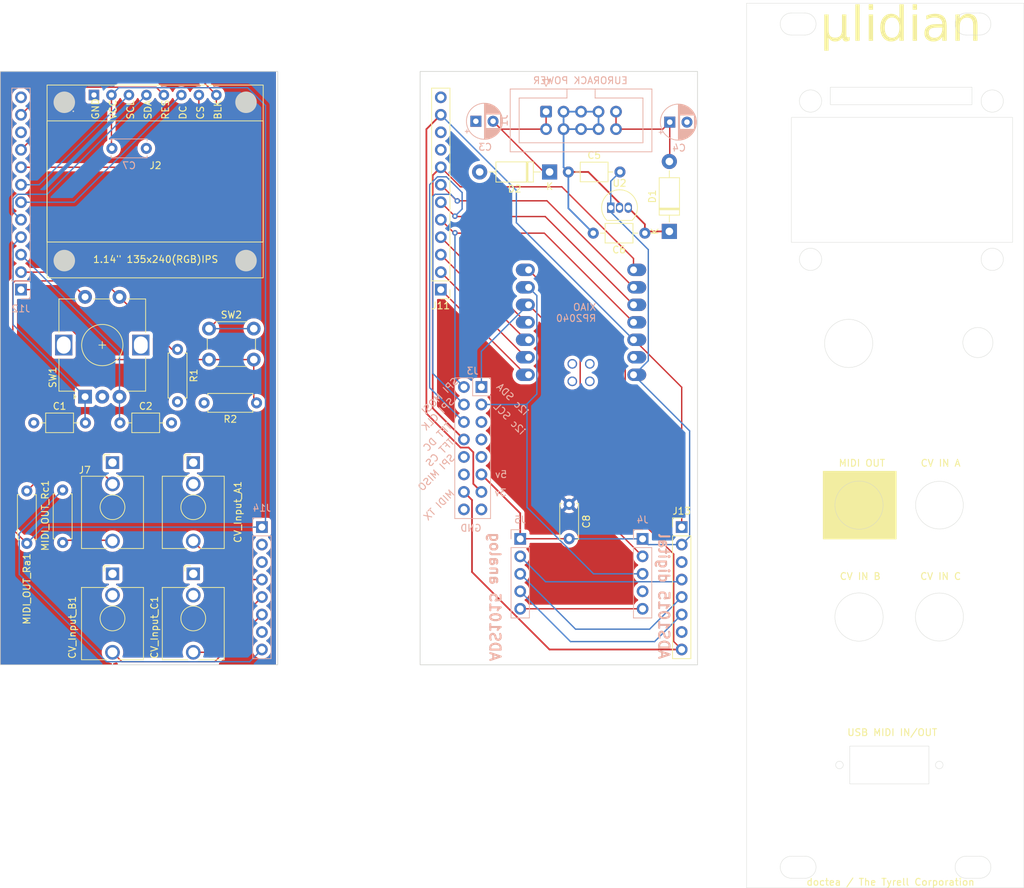
<source format=kicad_pcb>
(kicad_pcb (version 20221018) (generator pcbnew)
  (layers (0 "F.Cu" signal) (31 "B.Cu" signal) (34 "B.Paste" user) (35 "F.Paste" user) (36 "B.SilkS" user "B.Silkscreen") (37 "F.SilkS" user "F.Silkscreen") (38 "B.Mask" user) (39 "F.Mask" user) (44 "Edge.Cuts" user))
  (net 0 "")
  (net 1 "i2c SDA")
  (net 2 "i2c SCL")
  (net 3 "ADS Interrupt")
  (net 4 "Net-(D2-K)")
  (net 5 "Net-(D1-A)")
  (net 6 "+12V")
  (net 7 "CV GND")
  (net 8 "A2 input Frontboard")
  (net 9 "A1 input Frontboard")
  (net 10 "-12V")
  (net 11 "A0 input Frontboard")
  (net 12 "SPI CLK Frontboard")
  (net 13 "MOSI Frontboard")
  (net 14 "TFT CS Frontboard")
  (net 15 "TFT reset Frontboard")
  (net 16 "TFT DC Frontboard")
  (net 17 "SD CS Frontboard")
  (net 18 "TFT lit Frontboard")
  (net 19 "Net-(J7-PadT)")
  (net 20 "Back button Backboard")
  (net 21 "Encoder button Backboard")
  (net 22 "Encoder left Backboard")
  (net 23 "Encoder right Backboard")
  (net 24 "TFT CS Backboard")
  (net 25 "SPI CLK Backboard")
  (net 26 "TFT DC Backboard")
  (net 27 "MOSI Backboard")
  (net 28 "TFT reset Backboard")
  (net 29 "SD CS Backboard")
  (net 30 "Back button Frontboard")
  (net 31 "Encoder button Frontboard")
  (net 32 "Encoder left Frontboard")
  (net 33 "Encoder right Frontboard")
  (net 34 "A0 input Backboard")
  (net 35 "A1 input Backboard")
  (net 36 "A2 input Backboard")
  (net 37 "MIDI TX Backboard")
  (net 38 "MIDI TX Frontboard")
  (net 39 "Net-(J7-PadR)")
  (net 47 "MISO Backboard")
  (net 49 "GND")
  (net 50 "Backboard GND")
  (net 51 "Backboard +5V")
  (net 52 "Frontboard +3.3V")
  (net 53 "Backboard +3.3V")
  (net 54 "Frontboard +5V")
  (net 55 "+3.3V")
  (footprint "Package_TO_SOT_THT:TO-92_Inline" (layer "F.Cu") (at 139.446 70.591)
    (fp_text reference "U2")
    (fp_text value "L78L05_TO92")
  )
  (footprint "Capacitor_THT:C_Axial_L3.8mm_D2.6mm_P7.50mm_Horizontal" (layer "F.Cu") (at 68.132 101.854)
    (fp_text reference "C2")
    (fp_text value "C_Small")
  )
  (footprint "Resistor_THT:R_Axial_DIN0207_L6.3mm_D2.5mm_P7.62mm_Horizontal" (layer "F.Cu") (at 87.9856 98.9456 180)
    (fp_text reference "R2")
    (fp_text value "10K")
  )
  (footprint "Resistor_THT:R_Axial_DIN0207_L6.3mm_D2.5mm_P7.62mm_Horizontal" (layer "F.Cu") (at 59.817 119.2402 90)
    (fp_text reference "MIDI_OUT_Rc1")
    (fp_text value "10r")
  )
  (footprint "Connector_PinHeader_2.54mm:PinHeader_1x08_P2.54mm_Vertical" (layer "F.Cu") (at 149.750168 117)
    (fp_text reference "J13")
    (fp_text value "Backboard Conn 2")
  )
  (footprint "Resistor_THT:R_Axial_DIN0207_L6.3mm_D2.5mm_P7.62mm_Horizontal" (layer "F.Cu") (at 54.61 111.7472 -90)
    (fp_text reference "MIDI_OUT_Ra1")
    (fp_text value "33r")
  )
  (footprint "Button_Switch_THT:SW_PUSH_6mm_H13mm" (layer "F.Cu") (at 81.078 88.1612)
    (fp_text reference "SW2")
    (fp_text value "Back button")
  )
  (footprint "Diode_THT:D_DO-41_SOD81_P10.16mm_Horizontal" (layer "F.Cu") (at 147.955 74.041 90)
    (fp_text reference "D1")
    (fp_text value "1N5817")
  )
  (footprint "doctea:st7789_1.14_tzt" (layer "F.Cu") (at 57.5536 52.7812)
    (fp_text reference "J2")
    (fp_text value "ST7789 TFT socket")
    (fp_circle (center 2.5 2.5) (end 4 2.5) (stroke (width 0.12)) (fill solid) (layer "Edge.Cuts"))
    (fp_circle (center 2.5 25.5) (end 4 25.5) (stroke (width 0.12)) (fill solid) (layer "Edge.Cuts"))
    (fp_circle (center 3.81 3.81) (end 3.81 3.81) (stroke (width 0.12)) (fill none) (layer "Edge.Cuts"))
    (fp_circle (center 28.9 2.5) (end 30.4 2.5) (stroke (width 0.12)) (fill solid) (layer "Edge.Cuts"))
    (fp_circle (center 28.9 25.5) (end 30.4 25.5) (stroke (width 0.12)) (fill solid) (layer "Edge.Cuts"))
  )
  (footprint "Rotary_Encoder:RotaryEncoder_Alps_EC12E-Switch_Vertical_H20mm" (layer "F.Cu") (at 63.072 98.0532 90)
    (fp_text reference "SW1")
    (fp_text value "RotaryEncoder_Switch")
  )
  (footprint "Connector_Audio:Jack_3.5mm_QingPu_WQP-PJ398SM_Vertical_CircularHoles" (layer "F.Cu") (at 78.7908 107.6312)
    (fp_text reference "CV_Input_A1")
    (fp_text value "AudioJack2_SwitchT")
  )
  (footprint "Capacitor_THT:C_Axial_L3.8mm_D2.6mm_P7.50mm_Horizontal" (layer "F.Cu") (at 133.283 65.405)
    (fp_text reference "C5")
    (fp_text value "1uF")
  )
  (footprint "Capacitor_THT:C_Disc_D5.0mm_W2.5mm_P5.00mm" (layer "F.Cu") (at 133.4008 113.6904 -90)
    (fp_text reference "C8")
    (fp_text value "100n")
  )
  (footprint "Connector_PinHeader_2.54mm:PinHeader_1x12_P2.54mm_Vertical" (layer "F.Cu") (at 114.750168 82.4992 180)
    (fp_text reference "J11")
    (fp_text value "Backboard Conn 1")
  )
  (footprint "Connector_Audio:Jack_3.5mm_QingPu_WQP-PJ398SM_Vertical_CircularHoles" (layer "F.Cu") (at 78.7908 123.7868)
    (fp_text reference "CV_Input_C1")
    (fp_text value "AudioJack2_SwitchT")
  )
  (footprint "Capacitor_THT:C_Axial_L3.8mm_D2.6mm_P7.50mm_Horizontal" (layer "F.Cu") (at 55.619 101.854)
    (fp_text reference "C1")
    (fp_text value "C_Small")
  )
  (footprint "doctea:Jack_3.5mm_QingPu_WQP-PJ398SM_TRS_Vertical_CircularHoles" (layer "F.Cu") (at 67.056 107.6312)
    (fp_text reference "J7")
    (fp_text value "TRS MIDI Out")
  )
  (footprint "Resistor_THT:R_Axial_DIN0207_L6.3mm_D2.5mm_P7.62mm_Horizontal" (layer "F.Cu") (at 76.5048 91.1732 -90)
    (fp_text reference "R1")
    (fp_text value "10K")
  )
  (footprint "Capacitor_THT:C_Axial_L3.8mm_D2.6mm_P7.50mm_Horizontal" (layer "F.Cu") (at 144.399 74.295 180)
    (fp_text reference "C6")
    (fp_text value "10uF")
  )
  (footprint "Connector_Audio:Jack_3.5mm_QingPu_WQP-PJ398SM_Vertical_CircularHoles" (layer "F.Cu") (at 67.056 123.7868)
    (fp_text reference "CV_Input_B1")
    (fp_text value "AudioJack2_SwitchT")
  )
  (footprint "Diode_THT:D_DO-41_SOD81_P10.16mm_Horizontal" (layer "F.Cu") (at 130.556 65.405 180)
    (fp_text reference "D2")
    (fp_text value "1N5817")
  )
  (footprint "Capacitor_THT:C_Disc_D5.0mm_W2.5mm_P5.00mm" (layer "B.Cu") (at 66.969 61.976)
    (fp_text reference "C7")
    (fp_text value "100n")
  )
  (footprint "Connector_PinSocket_2.54mm:PinSocket_1x05_P2.54mm_Vertical" (layer "B.Cu") (at 144.069674 118.7068 180)
    (fp_text reference "J4")
    (fp_text value "ADS1015 digital side")
  )
  (footprint "Capacitor_THT:CP_Radial_D5.0mm_P2.50mm" (layer "B.Cu") (at 148.015 58.166)
    (fp_text reference "C4")
    (fp_text value "C_Polarized_Small")
  )
  (footprint "Connector_PinSocket_2.54mm:PinSocket_1x12_P2.54mm_Vertical" (layer "B.Cu") (at 53.762 82.4992)
    (fp_text reference "J12")
    (fp_text value "Frontboard Conn 1")
  )
  (footprint "Connector_PinSocket_2.54mm:PinSocket_1x08_P2.54mm_Vertical" (layer "B.Cu") (at 88.762 117 180)
    (fp_text reference "J14")
    (fp_text value "Frontboard Conn 2")
  )
  (footprint "Connector_PinSocket_2.54mm:PinSocket_1x05_P2.54mm_Vertical" (layer "B.Cu") (at 126.289674 118.7068 180)
    (fp_text reference "J5")
    (fp_text value "ADS1015 analog side")
  )
  (footprint "Seeeduino XIAO KICAD:xiao-tht" (layer "B.Cu") (at 135.128 87.249)
    (fp_text reference "U1" hide)
    (fp_text value "SeeeduinoXIAO" hide)
  )
  (footprint "Connector_PinHeader_2.54mm:PinHeader_2x08_P2.54mm_Vertical" (layer "B.Cu") (at 120.65 96.647 180)
    (fp_text reference "J3")
    (fp_text value "Expansion header")
  )
  (footprint "Connector_IDC:IDC-Header_2x05_P2.54mm_Vertical" (layer "B.Cu") (at 130.048 56.642 -90)
    (fp_text reference "J1")
    (fp_text value "Eurorack power")
  )
  (footprint "Capacitor_THT:CP_Radial_D5.0mm_P2.50mm" (layer "B.Cu") (at 119.845888 58.039)
    (fp_text reference "C3")
    (fp_text value "C_Polarized_Small")
  )
  (gr_rect (start 170.32 108.898) (end 180.91 118.718) (stroke (width 0.12)) (fill solid) (layer "F.SilkS"))
  (gr_circle (center 192.782 90.186) (end 194.56 91.456) (stroke (width 0.05)) (fill none) (layer "Edge.Cuts"))
  (gr_rect (start 50.762 50.8) (end 91.062 137) (stroke (width 0.1)) (fill none) (layer "Edge.Cuts"))
  (gr_arc (start 167.67 164.81) (mid 169.27 166.41) (end 167.67 168.01) (stroke (width 0.05)) (layer "Edge.Cuts"))
  (gr_arc (start 165.67 45.51) (mid 164.07 43.91) (end 165.67 42.31) (stroke (width 0.05)) (layer "Edge.Cuts"))
  (gr_line (start 191.07 45.51) (end 193.07 45.51) (stroke (width 0.05)) (layer "Edge.Cuts"))
  (gr_arc (start 193.07 42.31) (mid 194.67 43.91) (end 193.07 45.51) (stroke (width 0.05)) (layer "Edge.Cuts"))
  (gr_circle (center 174.004578 90.313) (end 177.504578 90.313) (stroke (width 0.05)) (fill none) (layer "Edge.Cuts"))
  (gr_line (start 193.07 164.81) (end 191.07 164.81) (stroke (width 0.05)) (layer "Edge.Cuts"))
  (gr_rect (start 174.17 148.81) (end 185.67 154.31) (stroke (width 0.05)) (fill none) (layer "Edge.Cuts"))
  (gr_circle (center 175.51 130.064) (end 178.05 132.477) (stroke (width 0.05)) (fill none) (layer "Edge.Cuts"))
  (gr_line (start 193.07 42.31) (end 191.07 42.31) (stroke (width 0.05)) (layer "Edge.Cuts"))
  (gr_line (start 159.17 40.91) (end 159.17 169.41) (stroke (width 0.05)) (layer "Edge.Cuts"))
  (gr_arc (start 193.07 164.81) (mid 194.67 166.41) (end 193.07 168.01) (stroke (width 0.05)) (layer "Edge.Cuts"))
  (gr_line (start 167.67 42.31) (end 165.67 42.31) (stroke (width 0.05)) (layer "Edge.Cuts"))
  (gr_circle (center 187.194 113.808) (end 190.242 115.459) (stroke (width 0.05)) (fill none) (layer "Edge.Cuts"))
  (gr_line (start 165.67 45.51) (end 167.67 45.51) (stroke (width 0.05)) (layer "Edge.Cuts"))
  (gr_circle (center 187.194 130.064) (end 190.115 131.969) (stroke (width 0.05)) (fill none) (layer "Edge.Cuts"))
  (gr_line (start 199.47 169.41) (end 199.47 40.91) (stroke (width 0.05)) (layer "Edge.Cuts"))
  (gr_arc (start 165.67 168.01) (mid 164.07 166.41) (end 165.67 164.81) (stroke (width 0.05)) (layer "Edge.Cuts"))
  (gr_line (start 159.17 169.41) (end 199.47 169.41) (stroke (width 0.05)) (layer "Edge.Cuts"))
  (gr_circle (center 168.466216 78.098) (end 169.642616 79.2048) (stroke (width 0.05)) (fill none) (layer "Edge.Cuts"))
  (gr_line (start 191.07 168.01) (end 193.07 168.01) (stroke (width 0.05)) (layer "Edge.Cuts"))
  (gr_line (start 199.47 40.91) (end 159.17 40.91) (stroke (width 0.05)) (layer "Edge.Cuts"))
  (gr_arc (start 167.67 42.31) (mid 169.27 43.91) (end 167.67 45.51) (stroke (width 0.05)) (layer "Edge.Cuts"))
  (gr_line (start 165.67 168.01) (end 167.67 168.01) (stroke (width 0.05)) (layer "Edge.Cuts"))
  (gr_arc (start 191.07 45.51) (mid 189.47 43.91) (end 191.07 42.31) (stroke (width 0.05)) (layer "Edge.Cuts"))
  (gr_circle (center 172.67 151.56) (end 173.22 151.56) (stroke (width 0.05)) (fill none) (layer "Edge.Cuts"))
  (gr_circle (center 168.466216 55.098) (end 169.642616 56.2048) (stroke (width 0.05)) (fill none) (layer "Edge.Cuts"))
  (gr_circle (center 187.17 151.56) (end 187.72 151.56) (stroke (width 0.05)) (fill none) (layer "Edge.Cuts"))
  (gr_rect (start 165.688 57.476) (end 197.819 75.637) (stroke (width 0.05)) (fill none) (layer "Edge.Cuts"))
  (gr_circle (center 175.51 113.808) (end 179.01 113.808) (stroke (width 0.05)) (fill none) (layer "Edge.Cuts"))
  (gr_circle (center 194.866216 78.098) (end 196.042616 79.2048) (stroke (width 0.05)) (fill none) (layer "Edge.Cuts"))
  (gr_arc (start 191.07 168.01) (mid 189.47 166.41) (end 191.07 164.81) (stroke (width 0.05)) (layer "Edge.Cuts"))
  (gr_circle (center 194.8646 55.0992) (end 196.041 56.206) (stroke (width 0.05)) (fill none) (layer "Edge.Cuts"))
  (gr_rect (start 111.750168 50.8) (end 152.05016 137) (stroke (width 0.1)) (fill none) (layer "Edge.Cuts"))
  (gr_rect (start 171.3484 53.086) (end 191.9224 55.626) (stroke (width 0.05)) (fill none) (layer "Edge.Cuts"))
  (gr_line (start 167.67 164.81) (end 165.67 164.81) (stroke (width 0.05)) (layer "Edge.Cuts"))
  (gr_text "SPI CLK" (at 116.95 98.83 45) (layer "B.SilkS") (effects (font (size 1 1)) (justify left bottom mirror)))
  (gr_text "5v" (at 124.46 109.93) (layer "B.SilkS") (effects (font (size 1 1)) (justify left bottom mirror)))
  (gr_text "TFT DC" (at 116.6 102.43 45) (layer "B.SilkS") (effects (font (size 1 1)) (justify left bottom mirror)))
  (gr_text "MIDI TX" (at 116.96 112.17 45) (layer "B.SilkS") (effects (font (size 1 1)) (justify left bottom mirror)))
  (gr_text "SPI MOSI" (at 117.52 95.9 45) (layer "B.SilkS") (effects (font (size 1 1)) (justify left bottom mirror)))
  (gr_text "TFT CS" (at 116.93 104.7 45) (layer "B.SilkS") (effects (font (size 1 1)) (justify left bottom mirror)))
  (gr_text "ADS1015 analog" (at 121.743474 136.6392 270) (layer "B.SilkS") (effects (font (size 1.5 1.5) (thickness 0.3) bold) (justify left bottom mirror)))
  (gr_text "3v" (at 124.38 112.58) (layer "B.SilkS") (effects (font (size 1 1)) (justify left bottom mirror)))
  (gr_text "EURORACK POWER" (at 141.986 52.705) (layer "B.SilkS") (effects (font (size 1 1)) (justify left bottom mirror)))
  (gr_text "GND" (at 120.75 117.73) (layer "B.SilkS") (effects (font (size 1 1)) (justify left bottom mirror)))
  (gr_text "XIAO\nRP2040" (at 137.414 87.249) (layer "B.SilkS") (effects (font (size 1 1)) (justify left bottom mirror)))
  (gr_text "i2c SDA" (at 126.91 100.99 315) (layer "B.SilkS") (effects (font (size 1 1)) (justify left bottom mirror)))
  (gr_text "ADS1015 digital" (at 146.279874 136.3344 270) (layer "B.SilkS") (effects (font (size 1.5 1.5) (thickness 0.3) bold) (justify left bottom mirror)))
  (gr_text "i2c SCL" (at 126.44 103.8 -45) (layer "B.SilkS") (effects (font (size 1 1)) (justify left bottom mirror)))
  (gr_text "SPI MISO" (at 117.02 107.01 45) (layer "B.SilkS") (effects (font (size 1 1)) (justify left bottom mirror)))
  (gr_text "CV IN A" (at 184.387453 108.29) (layer "F.SilkS") (effects (font (size 1 1)) (justify left bottom)))
  (gr_text "USB MIDI IN/OUT" (at 173.72 147.42) (layer "F.SilkS") (effects (font (size 1 1)) (justify left bottom)))
  (gr_text "μlidian" (at 169.87 47.2) (layer "F.SilkS") (effects (font (size 5 5)) (justify left bottom)))
  (gr_text "MIDI OUT" (at 172.48 108.29) (layer "F.SilkS") (effects (font (size 1 1)) (justify left bottom)))
  (gr_text "CV IN B" (at 172.632024 124.74) (layer "F.SilkS") (effects (font (size 1 1)) (justify left bottom)))
  (gr_text "CV IN C" (at 184.316024 124.74) (layer "F.SilkS") (effects (font (size 1 1)) (justify left bottom)))
  (gr_text "doctea / The Tyrell Corporation" (at 167.8 169.16) (layer "F.SilkS") (effects (font (size 1 1)) (justify left bottom)))
  (segment (start 66.9036 54.2212) (end 66.9036 61.9106) (width 0.2) (layer "F.Cu") (net 0))
  (segment (start 63.072 83.5532) (end 60.750346 81.231546) (width 0.2) (layer "F.Cu") (net 0))
  (segment (start 52.880454 81.231546) (end 52.578 81.534) (width 0.2) (layer "F.Cu") (net 0))
  (segment (start 60.750346 81.231546) (end 52.880454 81.231546) (width 0.2) (layer "F.Cu") (net 0))
  (segment (start 52.578 117.3352) (end 54.61 119.3672) (width 0.2) (layer "F.Cu") (net 0))
  (segment (start 52.578 81.534) (end 52.578 117.3352) (width 0.2) (layer "F.Cu") (net 0))
  (segment (start 89.281 55.753) (end 89.281 116.481) (width 0.2) (layer "B.Cu") (net 0))
  (segment (start 88.762 117) (end 56.9772 117) (width 0.2) (layer "B.Cu") (net 0))
  (segment (start 66.9036 54.2212) (end 67.9656 53.1592) (width 0.2) (layer "B.Cu") (net 0))
  (segment (start 86.6872 53.1592) (end 89.281 55.753) (width 0.2) (layer "B.Cu") (net 0))
  (segment (start 67.9656 53.1592) (end 86.6872 53.1592) (width 0.2) (layer "B.Cu") (net 0))
  (segment (start 56.9772 117) (end 54.61 119.3672) (width 0.2) (layer "B.Cu") (net 0))
  (segment (start 127.508 84.709) (end 135.001 92.202) (width 0.2) (layer "F.Cu") (net 1))
  (segment (start 135.001 112.178126) (end 144.069674 121.2468) (width 0.2) (layer "F.Cu") (net 1))
  (segment (start 135.001 92.202) (end 135.001 112.178126) (width 0.2) (layer "F.Cu") (net 1))
  (segment (start 120.65 91.459944) (end 127.400944 84.709) (width 0.2) (layer "B.Cu") (net 1))
  (segment (start 120.65 96.647) (end 120.65 91.459944) (width 0.2) (layer "B.Cu") (net 1))
  (segment (start 120.65 99.187) (end 127.184 99.187) (width 0.2) (layer "B.Cu") (net 2))
  (segment (start 127.184 99.187) (end 127.2755 99.0955) (width 0.2) (layer "B.Cu") (net 2))
  (segment (start 127.2755 114.120735) (end 136.941565 123.7868) (width 0.2) (layer "B.Cu") (net 2))
  (segment (start 127.2755 99.0955) (end 127.2755 114.120735) (width 0.2) (layer "B.Cu") (net 2))
  (segment (start 127.2755 99.0955) (end 128.708 97.663) (width 0.2) (layer "B.Cu") (net 2))
  (segment (start 136.941565 123.7868) (end 144.069674 123.7868) (width 0.2) (layer "B.Cu") (net 2))
  (segment (start 127.508 82.169) (end 128.708 83.369) (width 0.2) (layer "B.Cu") (net 2))
  (segment (start 128.708 83.369) (end 128.708 97.663) (width 0.2) (layer "B.Cu") (net 2))
  (segment (start 123.488888 59.182) (end 122.345888 58.039) (width 0.2) (layer "F.Cu") (net 4))
  (segment (start 130.048 59.182) (end 123.488888 59.182) (width 0.2) (layer "F.Cu") (net 4))
  (segment (start 122.345888 58.039) (end 129.711888 65.405) (width 0.2) (layer "F.Cu") (net 4))
  (segment (start 130.048 56.642) (end 130.048 59.182) (width 0.2) (layer "F.Cu") (net 4))
  (segment (start 140.208 56.642) (end 140.208 59.182) (width 0.2) (layer "F.Cu") (net 5))
  (segment (start 148.015 58.166) (end 148.015 63.821) (width 0.2) (layer "F.Cu") (net 5))
  (segment (start 146.999 59.182) (end 148.015 58.166) (width 0.2) (layer "F.Cu") (net 5))
  (segment (start 140.208 59.182) (end 146.999 59.182) (width 0.2) (layer "F.Cu") (net 5))
  (segment (start 144.399 74.295) (end 144.399 73.004) (width 0.25) (layer "F.Cu") (net 6))
  (segment (start 144.399 73.004) (end 141.986 70.591) (width 0.25) (layer "F.Cu") (net 6))
  (segment (start 147.955 74.041) (end 144.653 74.041) (width 0.25) (layer "F.Cu") (net 6))
  (segment (start 126.289674 128.8668) (end 144.069674 128.8668) (width 0.2) (layer "F.Cu") (net 7))
  (segment (start 81.9102 136.5518) (end 88.762 129.7) (width 0.2) (layer "F.Cu") (net 8))
  (segment (start 68.421 136.5518) (end 81.9102 136.5518) (width 0.2) (layer "F.Cu") (net 8))
  (segment (start 67.056 135.1868) (end 68.421 136.5518) (width 0.2) (layer "F.Cu") (net 8))
  (segment (start 80.7352 135.1868) (end 88.762 127.16) (width 0.2) (layer "F.Cu") (net 9))
  (segment (start 78.7908 135.1868) (end 80.7352 135.1868) (width 0.2) (layer "F.Cu") (net 9))
  (segment (start 84.3288 124.62) (end 78.74 119.0312) (width 0.2) (layer "F.Cu") (net 11))
  (segment (start 88.762 124.62) (end 84.3288 124.62) (width 0.2) (layer "F.Cu") (net 11))
  (segment (start 56.4056 67.2592) (end 69.4436 54.2212) (width 0.2) (layer "B.Cu") (net 12))
  (segment (start 53.762 67.2592) (end 56.4056 67.2592) (width 0.2) (layer "B.Cu") (net 12))
  (segment (start 53.285654 68.6492) (end 57.5556 68.6492) (width 0.2) (layer "B.Cu") (net 13))
  (segment (start 52.612 71.1892) (end 52.612 69.322854) (width 0.2) (layer "B.Cu") (net 13))
  (segment (start 52.612 69.322854) (end 53.285654 68.6492) (width 0.2) (layer "B.Cu") (net 13))
  (segment (start 53.762 72.3392) (end 52.612 71.1892) (width 0.2) (layer "B.Cu") (net 13))
  (segment (start 57.5556 68.6492) (end 71.9836 54.2212) (width 0.2) (layer "B.Cu") (net 13))
  (segment (start 53.762 64.7192) (end 74.8538 64.7192) (width 0.2) (layer "F.Cu") (net 14))
  (segment (start 74.8538 64.7192) (end 79.629 59.944) (width 0.2) (layer "F.Cu") (net 14))
  (segment (start 79.629 59.944) (end 79.6036 59.9186) (width 0.2) (layer "F.Cu") (net 14))
  (segment (start 79.6036 59.9186) (end 79.6036 54.2212) (width 0.2) (layer "F.Cu") (net 14))
  (segment (start 58.4436 57.4976) (end 58.4436 54.614316) (width 0.2) (layer "F.Cu") (net 15))
  (segment (start 58.4436 54.614316) (end 59.971916 53.086) (width 0.2) (layer "F.Cu") (net 15))
  (segment (start 59.971916 53.086) (end 73.3884 53.086) (width 0.2) (layer "F.Cu") (net 15))
  (segment (start 73.3884 53.086) (end 74.5236 54.2212) (width 0.2) (layer "F.Cu") (net 15))
  (segment (start 53.762 62.1792) (end 58.4436 57.4976) (width 0.2) (layer "F.Cu") (net 15))
  (segment (start 53.762 69.7992) (end 61.4856 69.7992) (width 0.2) (layer "B.Cu") (net 16))
  (segment (start 61.4856 69.7992) (end 77.0636 54.2212) (width 0.2) (layer "B.Cu") (net 16))
  (segment (start 53.762 57.0992) (end 59.1722 51.689) (width 0.2) (layer "F.Cu") (net 18))
  (segment (start 59.1722 51.689) (end 79.6114 51.689) (width 0.2) (layer "F.Cu") (net 18))
  (segment (start 82.1436 87.0956) (end 81.078 88.1612) (width 0.2) (layer "F.Cu") (net 18))
  (segment (start 79.6114 51.689) (end 82.1436 54.2212) (width 0.2) (layer "F.Cu") (net 18))
  (segment (start 82.1436 54.2212) (end 82.1436 87.0956) (width 0.2) (layer "F.Cu") (net 18))
  (segment (start 87.578 88.1612) (end 81.643685 88.1612) (width 0.2) (layer "B.Cu") (net 18))
  (segment (start 67.056 118.9112) (end 60.146 118.9112) (width 0.2) (layer "F.Cu") (net 19))
  (segment (start 114.750168 82.4992) (end 127.119968 94.869) (width 0.2) (layer "F.Cu") (net 20))
  (segment (start 114.750168 79.9592) (end 127.119968 92.329) (width 0.2) (layer "F.Cu") (net 21))
  (segment (start 114.750168 77.4192) (end 127.119968 89.789) (width 0.2) (layer "F.Cu") (net 22))
  (segment (start 127.119968 87.249) (end 114.750168 74.8792) (width 0.2) (layer "F.Cu") (net 23))
  (segment (start 132.334 67.564) (end 117.602 67.564) (width 0.2) (layer "F.Cu") (net 24))
  (segment (start 117.602 67.564) (end 117.594968 67.564) (width 0.2) (layer "F.Cu") (net 24))
  (segment (start 142.748 77.978) (end 132.334 67.564) (width 0.2) (layer "F.Cu") (net 24))
  (segment (start 113.575168 65.8942) (end 114.750168 64.7192) (width 0.25) (layer "F.Cu") (net 24))
  (segment (start 113.575168 99.732168) (end 113.575168 65.8942) (width 0.25) (layer "F.Cu") (net 24))
  (segment (start 142.748 79.629) (end 142.748 77.978) (width 0.2) (layer "F.Cu") (net 24))
  (segment (start 118.11 104.267) (end 113.575168 99.732168) (width 0.25) (layer "F.Cu") (net 24))
  (segment (start 117.594968 67.564) (end 114.750168 64.7192) (width 0.2) (layer "F.Cu") (net 24))
  (segment (start 114.750168 67.2592) (end 117.086968 69.596) (width 0.2) (layer "F.Cu") (net 25))
  (segment (start 117.164 69.596) (end 130.175 69.596) (width 0.2) (layer "F.Cu") (net 25))
  (segment (start 117.136 69.596) (end 117.15 69.61) (width 0.2) (layer "F.Cu") (net 25))
  (segment (start 117.086968 69.596) (end 117.136 69.596) (width 0.2) (layer "F.Cu") (net 25))
  (segment (start 117.15 69.61) (end 117.164 69.596) (width 0.2) (layer "F.Cu") (net 25))
  (segment (start 130.175 69.596) (end 142.748 82.169) (width 0.2) (layer "F.Cu") (net 25))
  (via (at 117.15 69.61) (size 0.8) (drill 0.4) (layers "F.Cu" "B.Cu") (net 25))
  (segment (start 116.1892 68.6492) (end 113.9208 68.6492) (width 0.2) (layer "B.Cu") (net 25))
  (segment (start 117.15 69.61) (end 116.1892 68.6492) (width 0.2) (layer "B.Cu") (net 25))
  (segment (start 113.9208 68.6492) (end 113.59 68.98) (width 0.2) (layer "B.Cu") (net 25))
  (segment (start 113.59 94.667) (end 118.11 99.187) (width 0.2) (layer "B.Cu") (net 25))
  (segment (start 113.59 68.98) (end 113.59 94.667) (width 0.2) (layer "B.Cu") (net 25))
  (segment (start 116.832968 71.882) (end 129.921 71.882) (width 0.2) (layer "F.Cu") (net 26))
  (segment (start 116.81 71.859032) (end 116.832968 71.882) (width 0.2) (layer "F.Cu") (net 26))
  (segment (start 129.921 71.882) (end 142.748 84.709) (width 0.2) (layer "F.Cu") (net 26))
  (segment (start 114.750168 69.7992) (end 116.780968 71.83) (width 0.2) (layer "F.Cu") (net 26))
  (segment (start 116.81 71.83) (end 116.81 71.859032) (width 0.2) (layer "F.Cu") (net 26))
  (segment (start 116.780968 71.83) (end 116.81 71.83) (width 0.2) (layer "F.Cu") (net 26))
  (via (at 116.81 71.83) (size 0.8) (drill 0.4) (layers "F.Cu" "B.Cu") (net 26))
  (segment (start 117.85 70.79) (end 117.85 68.39) (width 0.2) (layer "B.Cu") (net 26))
  (segment (start 116.81 71.83) (end 117.85 70.79) (width 0.2) (layer "B.Cu") (net 26))
  (segment (start 114.273822 66.1092) (end 113.13 67.253022) (width 0.2) (layer "B.Cu") (net 26))
  (segment (start 115.5692 66.1092) (end 114.273822 66.1092) (width 0.2) (layer "B.Cu") (net 26))
  (segment (start 113.13 67.253022) (end 113.13 96.747) (width 0.2) (layer "B.Cu") (net 26))
  (segment (start 117.85 68.39) (end 115.5692 66.1092) (width 0.2) (layer "B.Cu") (net 26))
  (segment (start 113.13 96.747) (end 118.11 101.727) (width 0.2) (layer "B.Cu") (net 26))
  (segment (start 116.713 74.295) (end 116.765 74.295) (width 0.2) (layer "F.Cu") (net 27))
  (segment (start 116.855 74.295) (end 129.794 74.295) (width 0.2) (layer "F.Cu") (net 27))
  (segment (start 116.705968 74.295) (end 116.713 74.295) (width 0.2) (layer "F.Cu") (net 27))
  (segment (start 116.81 74.25) (end 116.855 74.295) (width 0.2) (layer "F.Cu") (net 27))
  (segment (start 129.794 74.295) (end 142.748 87.249) (width 0.2) (layer "F.Cu") (net 27))
  (segment (start 116.765 74.295) (end 116.81 74.25) (width 0.2) (layer "F.Cu") (net 27))
  (segment (start 114.750168 72.3392) (end 116.705968 74.295) (width 0.2) (layer "F.Cu") (net 27))
  (via (at 116.81 74.25) (size 0.8) (drill 0.4) (layers "F.Cu" "B.Cu") (net 27))
  (segment (start 116.81 74.25) (end 116.81 95.347) (width 0.2) (layer "B.Cu") (net 27))
  (segment (start 116.81 95.347) (end 118.11 96.647) (width 0.2) (layer "B.Cu") (net 27))
  (segment (start 65.43 92.6612) (end 81.078 92.6612) (width 0.2) (layer "F.Cu") (net 30))
  (segment (start 53.762 82.4992) (end 55.268 82.4992) (width 0.2) (layer "F.Cu") (net 30))
  (segment (start 81.078 92.6612) (end 87.578 92.6612) (width 0.2) (layer "F.Cu") (net 30))
  (segment (start 87.578 92.6612) (end 87.578 98.538) (width 0.2) (layer "F.Cu") (net 30))
  (segment (start 55.268 82.4992) (end 65.43 92.6612) (width 0.2) (layer "F.Cu") (net 30))
  (segment (start 75.692 91.1732) (end 76.5048 91.1732) (width 0.2) (layer "F.Cu") (net 31))
  (segment (start 68.072 83.5532) (end 75.692 91.1732) (width 0.2) (layer "F.Cu") (net 31))
  (segment (start 64.478 79.9592) (end 68.072 83.5532) (width 0.2) (layer "F.Cu") (net 31))
  (segment (start 53.762 79.9592) (end 64.478 79.9592) (width 0.2) (layer "F.Cu") (net 31))
  (segment (start 68.072 91.7292) (end 68.072 98.0532) (width 0.2) (layer "B.Cu") (net 32))
  (segment (start 68.072 98.0532) (end 68.072 101.794) (width 0.2) (layer "B.Cu") (net 32))
  (segment (start 53.762 77.4192) (end 68.072 91.7292) (width 0.2) (layer "B.Cu") (net 32))
  (segment (start 63.072 98.0532) (end 63.072 101.807) (width 0.2) (layer "B.Cu") (net 33))
  (segment (start 53.762 74.8792) (end 52.612 76.0292) (width 0.2) (layer "B.Cu") (net 33))
  (segment (start 52.612 76.0292) (end 52.612 87.5932) (width 0.2) (layer "B.Cu") (net 33))
  (segment (start 52.612 87.5932) (end 63.072 98.0532) (width 0.2) (layer "B.Cu") (net 33))
  (segment (start 129.979674 124.9368) (end 149.433368 124.9368) (width 0.2) (layer "B.Cu") (net 34))
  (segment (start 126.289674 121.2468) (end 129.979674 124.9368) (width 0.2) (layer "B.Cu") (net 34))
  (segment (start 145.084168 131.826) (end 149.750168 127.16) (width 0.2) (layer "B.Cu") (net 35))
  (segment (start 134.328874 131.826) (end 145.084168 131.826) (width 0.2) (layer "B.Cu") (net 35))
  (segment (start 126.289674 123.7868) (end 134.328874 131.826) (width 0.2) (layer "B.Cu") (net 35))
  (segment (start 126.289674 126.3268) (end 133.592874 133.63) (width 0.2) (layer "B.Cu") (net 36))
  (segment (start 133.592874 133.63) (end 145.820168 133.63) (width 0.2) (layer "B.Cu") (net 36))
  (segment (start 145.820168 133.63) (end 149.750168 129.7) (width 0.2) (layer "B.Cu") (net 36))
  (segment (start 118.11 111.887) (end 119.285 113.062) (width 0.25) (layer "F.Cu") (net 37))
  (segment (start 148.59 133.619832) (end 149.750168 134.78) (width 0.2) (layer "F.Cu") (net 37))
  (segment (start 141.548 93.669) (end 141.548 113.885126) (width 0.2) (layer "F.Cu") (net 37))
  (segment (start 130.541173 134.78) (end 149.750168 134.78) (width 0.25) (layer "F.Cu") (net 37))
  (segment (start 148.59 120.927126) (end 148.59 133.619832) (width 0.2) (layer "F.Cu") (net 37))
  (segment (start 119.285 123.523827) (end 130.541173 134.78) (width 0.25) (layer "F.Cu") (net 37))
  (segment (start 141.548 113.885126) (end 148.59 120.927126) (width 0.2) (layer "F.Cu") (net 37))
  (segment (start 127.508 79.629) (end 141.548 93.669) (width 0.2) (layer "F.Cu") (net 37))
  (segment (start 119.285 113.062) (end 119.285 123.523827) (width 0.25) (layer "F.Cu") (net 37))
  (segment (start 53.51 123.868) (end 53.51 117.9272) (width 0.2) (layer "B.Cu") (net 38))
  (segment (start 66.1938 136.5518) (end 53.51 123.868) (width 0.2) (layer "B.Cu") (net 38))
  (segment (start 88.762 134.78) (end 86.9902 136.5518) (width 0.2) (layer "B.Cu") (net 38))
  (segment (start 53.51 117.9272) (end 59.817 111.6202) (width 0.2) (layer "B.Cu") (net 38))
  (segment (start 86.9902 136.5518) (end 66.1938 136.5518) (width 0.2) (layer "B.Cu") (net 38))
  (segment (start 67.056 110.6112) (end 65.991 109.5462) (width 0.2) (layer "F.Cu") (net 39))
  (segment (start 56.811 109.5462) (end 54.61 111.7472) (width 0.2) (layer "F.Cu") (net 39))
  (segment (start 65.991 109.5462) (end 56.811 109.5462) (width 0.2) (layer "F.Cu") (net 39))
  (segment (start 133.283 65.405) (end 136.185 65.405) (width 0.25) (layer "F.Cu") (net 50))
  (segment (start 136.185 65.405) (end 140.716 69.936) (width 0.25) (layer "F.Cu") (net 50))
  (segment (start 140.716 69.936) (end 140.716 70.591) (width 0.25) (layer "F.Cu") (net 50))
  (segment (start 132.588 56.642) (end 132.588 59.182) (width 0.25) (layer "B.Cu") (net 50))
  (segment (start 133.283 70.679) (end 136.899 74.295) (width 0.25) (layer "B.Cu") (net 50))
  (segment (start 135.128 59.182) (end 132.588 59.182) (width 0.25) (layer "B.Cu") (net 50))
  (segment (start 132.588 56.642) (end 135.128 56.642) (width 0.25) (layer "B.Cu") (net 50))
  (segment (start 132.588 59.182) (end 132.588 64.71) (width 0.25) (layer "B.Cu") (net 50))
  (segment (start 137.668 59.182) (end 135.128 59.182) (width 0.25) (layer "B.Cu") (net 50))
  (segment (start 133.283 65.405) (end 133.283 70.679) (width 0.25) (layer "B.Cu") (net 50))
  (segment (start 132.588 64.71) (end 133.283 65.405) (width 0.25) (layer "B.Cu") (net 50))
  (segment (start 137.668 56.642) (end 137.668 59.182) (width 0.25) (layer "B.Cu") (net 50))
  (segment (start 135.128 56.642) (end 137.668 56.642) (width 0.25) (layer "B.Cu") (net 50))
  (segment (start 126.289674 114.986674) (end 126.289674 118.7068) (width 0.25) (layer "F.Cu") (net 51))
  (segment (start 133.4008 118.6904) (end 126.306074 118.6904) (width 0.2) (layer "F.Cu") (net 51))
  (segment (start 120.65 109.347) (end 126.289674 114.986674) (width 0.25) (layer "F.Cu") (net 51))
  (segment (start 149.750168 119.54) (end 144.902874 119.54) (width 0.2) (layer "B.Cu") (net 51))
  (segment (start 144.902874 119.54) (end 144.069674 118.7068) (width 0.2) (layer "B.Cu") (net 51))
  (segment (start 144.898 92.826056) (end 144.898 76.688) (width 0.2) (layer "B.Cu") (net 51))
  (segment (start 142.748 94.869) (end 150.900168 103.021168) (width 0.2) (layer "B.Cu") (net 51))
  (segment (start 142.855056 94.869) (end 144.898 92.826056) (width 0.2) (layer "B.Cu") (net 51))
  (segment (start 144.069674 118.7068) (end 133.4172 118.7068) (width 0.2) (layer "B.Cu") (net 51))
  (segment (start 139.446 66.742) (end 140.783 65.405) (width 0.2) (layer "B.Cu") (net 51))
  (segment (start 144.898 76.688) (end 139.446 71.236) (width 0.2) (layer "B.Cu") (net 51))
  (segment (start 150.900168 103.021168) (end 150.900168 118.39) (width 0.2) (layer "B.Cu") (net 51))
  (segment (start 139.446 70.591) (end 139.446 66.742) (width 0.2) (layer "B.Cu") (net 51))
  (segment (start 150.900168 118.39) (end 149.750168 119.54) (width 0.2) (layer "B.Cu") (net 51))
  (segment (start 149.750168 117) (end 149.750168 96.684112) (width 0.2) (layer "F.Cu") (net 53))
  (segment (start 119.475 106.130299) (end 118.786701 105.442) (width 0.25) (layer "F.Cu") (net 53))
  (segment (start 119.475 110.712) (end 119.475 106.130299) (width 0.25) (layer "F.Cu") (net 53))
  (segment (start 149.750168 96.684112) (end 142.855056 89.789) (width 0.2) (layer "F.Cu") (net 53))
  (segment (start 112.66 100.478701) (end 112.66 59.189368) (width 0.25) (layer "F.Cu") (net 53))
  (segment (start 112.66 59.189368) (end 114.750168 57.0992) (width 0.25) (layer "F.Cu") (net 53))
  (segment (start 120.65 111.887) (end 119.475 110.712) (width 0.25) (layer "F.Cu") (net 53))
  (segment (start 118.786701 105.442) (end 117.623299 105.442) (width 0.25) (layer "F.Cu") (net 53))
  (segment (start 117.623299 105.442) (end 112.66 100.478701) (width 0.25) (layer "F.Cu") (net 53))
  (segment (start 142.748 89.789) (end 125.73 72.771) (width 0.2) (layer "B.Cu") (net 53))
  (segment (start 125.73 68.079032) (end 114.750168 57.0992) (width 0.2) (layer "B.Cu") (net 53))
  (segment (start 125.73 72.771) (end 125.73 68.079032) (width 0.2) (layer "B.Cu") (net 53))
  (zone (net 49) (net_name "GND") (layers "F&B.Cu") (name "GND") (priority 1) (connect_pads (clearance 0.5)) (min_thickness 0.25) (fill yes (thermal_gap 0.5) (thermal_bridge_width 0.5))
    (polygon (pts (xy 50.8 50.8) (xy 90.805 50.8) (xy 90.805 137.033) (xy 50.8 137.033)))
  )
  (zone (net 49) (net_name "GND") (layers "F&B.Cu") (connect_pads (clearance 0.5)) (min_thickness 0.25) (fill yes (thermal_gap 0.5) (thermal_bridge_width 0.5))
    (polygon (pts (xy 111.76 50.8) (xy 152.019 50.8) (xy 152.019 137.033) (xy 111.76 137.033)))
  )
)
</source>
